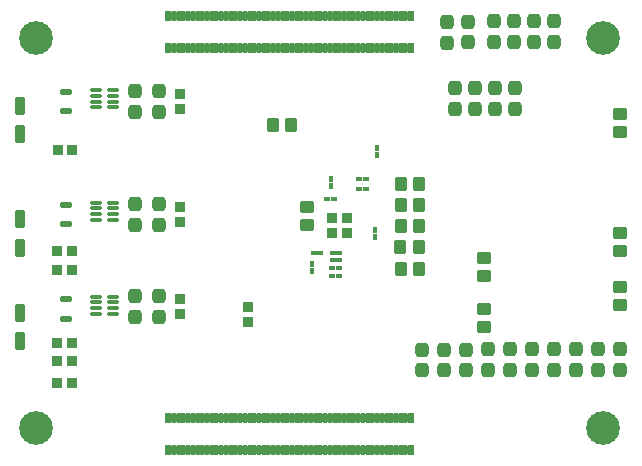
<source format=gbr>
%TF.GenerationSoftware,KiCad,Pcbnew,8.0.1*%
%TF.CreationDate,2024-12-16T00:39:24-05:00*%
%TF.ProjectId,cm,636d2e6b-6963-4616-945f-706362585858,rev?*%
%TF.SameCoordinates,Original*%
%TF.FileFunction,Soldermask,Bot*%
%TF.FilePolarity,Negative*%
%FSLAX46Y46*%
G04 Gerber Fmt 4.6, Leading zero omitted, Abs format (unit mm)*
G04 Created by KiCad (PCBNEW 8.0.1) date 2024-12-16 00:39:24*
%MOMM*%
%LPD*%
G01*
G04 APERTURE LIST*
G04 Aperture macros list*
%AMRoundRect*
0 Rectangle with rounded corners*
0 $1 Rounding radius*
0 $2 $3 $4 $5 $6 $7 $8 $9 X,Y pos of 4 corners*
0 Add a 4 corners polygon primitive as box body*
4,1,4,$2,$3,$4,$5,$6,$7,$8,$9,$2,$3,0*
0 Add four circle primitives for the rounded corners*
1,1,$1+$1,$2,$3*
1,1,$1+$1,$4,$5*
1,1,$1+$1,$6,$7*
1,1,$1+$1,$8,$9*
0 Add four rect primitives between the rounded corners*
20,1,$1+$1,$2,$3,$4,$5,0*
20,1,$1+$1,$4,$5,$6,$7,0*
20,1,$1+$1,$6,$7,$8,$9,0*
20,1,$1+$1,$8,$9,$2,$3,0*%
G04 Aperture macros list end*
%ADD10C,2.852400*%
%ADD11RoundRect,0.275600X-0.275600X0.325600X-0.275600X-0.325600X0.275600X-0.325600X0.275600X0.325600X0*%
%ADD12RoundRect,0.102000X-0.445000X-0.465000X0.445000X-0.465000X0.445000X0.465000X-0.445000X0.465000X0*%
%ADD13RoundRect,0.102000X-0.465000X0.445000X-0.465000X-0.445000X0.465000X-0.445000X0.465000X0.445000X0*%
%ADD14RoundRect,0.076200X-0.419100X0.177800X-0.419100X-0.177800X0.419100X-0.177800X0.419100X0.177800X0*%
%ADD15RoundRect,0.076200X-0.177800X-0.127000X0.177800X-0.127000X0.177800X0.127000X-0.177800X0.127000X0*%
%ADD16RoundRect,0.275600X0.275600X-0.325600X0.275600X0.325600X-0.275600X0.325600X-0.275600X-0.325600X0*%
%ADD17RoundRect,0.076200X-0.381000X0.330200X-0.381000X-0.330200X0.381000X-0.330200X0.381000X0.330200X0*%
%ADD18RoundRect,0.100600X0.375600X0.100600X-0.375600X0.100600X-0.375600X-0.100600X0.375600X-0.100600X0*%
%ADD19RoundRect,0.076200X0.177800X0.127000X-0.177800X0.127000X-0.177800X-0.127000X0.177800X-0.127000X0*%
%ADD20RoundRect,0.076200X0.127000X-0.177800X0.127000X0.177800X-0.127000X0.177800X-0.127000X-0.177800X0*%
%ADD21RoundRect,0.076200X-0.330200X-0.381000X0.330200X-0.381000X0.330200X0.381000X-0.330200X0.381000X0*%
%ADD22RoundRect,0.076200X0.381000X-0.330200X0.381000X0.330200X-0.381000X0.330200X-0.381000X-0.330200X0*%
%ADD23RoundRect,0.275600X-0.275600X0.338100X-0.275600X-0.338100X0.275600X-0.338100X0.275600X0.338100X0*%
%ADD24RoundRect,0.076200X0.330200X0.685800X-0.330200X0.685800X-0.330200X-0.685800X0.330200X-0.685800X0*%
%ADD25RoundRect,0.102000X0.115000X0.330000X-0.115000X0.330000X-0.115000X-0.330000X0.115000X-0.330000X0*%
%ADD26RoundRect,0.102000X0.175000X0.330000X-0.175000X0.330000X-0.175000X-0.330000X0.175000X-0.330000X0*%
G04 APERTURE END LIST*
D10*
%TO.C,H3*%
X93370128Y-95780000D03*
%TD*%
%TO.C,H2*%
X141375036Y-62790128D03*
%TD*%
%TO.C,H4*%
X141369872Y-95780000D03*
%TD*%
%TO.C,H1*%
X93370000Y-62790128D03*
%TD*%
D11*
%TO.C,R26*%
X135407400Y-89142600D03*
X135407400Y-90892600D03*
%TD*%
D12*
%TO.C,C23*%
X124260000Y-82300000D03*
X125800000Y-82300000D03*
%TD*%
D11*
%TO.C,R24*%
X139115800Y-89142600D03*
X139115800Y-90892600D03*
%TD*%
D13*
%TO.C,C16*%
X142824200Y-83837400D03*
X142824200Y-85377400D03*
%TD*%
D11*
%TO.C,R23*%
X140944600Y-89142600D03*
X140944600Y-90892600D03*
%TD*%
D12*
%TO.C,C29*%
X124250000Y-80500000D03*
X125790000Y-80500000D03*
%TD*%
D14*
%TO.C,C1*%
X95894873Y-84874345D03*
X95894873Y-86525345D03*
%TD*%
%TO.C,C4*%
X95894873Y-76899000D03*
X95894873Y-78550000D03*
%TD*%
D15*
%TO.C,C36*%
X118491200Y-82900000D03*
X119050000Y-82900000D03*
%TD*%
%TO.C,C33*%
X118070600Y-76400000D03*
X118629400Y-76400000D03*
%TD*%
D16*
%TO.C,R31*%
X137210800Y-63079600D03*
X137210800Y-61329600D03*
%TD*%
D17*
%TO.C,C28*%
X111350000Y-85577700D03*
X111350000Y-86822300D03*
%TD*%
D16*
%TO.C,R33*%
X129768600Y-90904000D03*
X129768600Y-89154000D03*
%TD*%
D12*
%TO.C,C20*%
X124260000Y-76900000D03*
X125800000Y-76900000D03*
%TD*%
D18*
%TO.C,U1*%
X99907258Y-84664845D03*
X99907258Y-85164845D03*
X99907258Y-85664845D03*
X99907258Y-86164845D03*
X98457258Y-86164845D03*
X98457258Y-85664845D03*
X98457258Y-85164845D03*
X98457258Y-84664845D03*
%TD*%
D16*
%TO.C,R27*%
X142798800Y-90867200D03*
X142798800Y-89117200D03*
%TD*%
D19*
%TO.C,C31*%
X121329400Y-75600000D03*
X120770600Y-75600000D03*
%TD*%
D11*
%TO.C,R36*%
X132232400Y-66993800D03*
X132232400Y-68743800D03*
%TD*%
D20*
%TO.C,C34*%
X116750000Y-82479400D03*
X116750000Y-81920600D03*
%TD*%
D13*
%TO.C,C30*%
X142800000Y-79310000D03*
X142800000Y-80850000D03*
%TD*%
D16*
%TO.C,R39*%
X130530600Y-68743800D03*
X130530600Y-66993800D03*
%TD*%
D21*
%TO.C,C6*%
X95209888Y-80772000D03*
X96454488Y-80772000D03*
%TD*%
D11*
%TO.C,R29*%
X133883400Y-61355000D03*
X133883400Y-63105000D03*
%TD*%
D21*
%TO.C,C18*%
X95209888Y-92024200D03*
X96454488Y-92024200D03*
%TD*%
D16*
%TO.C,R38*%
X128828800Y-68743800D03*
X128828800Y-66993800D03*
%TD*%
D20*
%TO.C,C41*%
X122250000Y-72658800D03*
X122250000Y-72100000D03*
%TD*%
D16*
%TO.C,R6*%
X103788354Y-78599000D03*
X103788354Y-76849000D03*
%TD*%
%TO.C,R34*%
X126085600Y-90918000D03*
X126085600Y-89168000D03*
%TD*%
D21*
%TO.C,C19*%
X95209888Y-88578845D03*
X96454488Y-88578845D03*
%TD*%
D16*
%TO.C,R35*%
X128231700Y-63155800D03*
X128231700Y-61405800D03*
%TD*%
D13*
%TO.C,C15*%
X142824200Y-69181600D03*
X142824200Y-70721600D03*
%TD*%
D11*
%TO.C,R22*%
X133553200Y-89142600D03*
X133553200Y-90892600D03*
%TD*%
%TO.C,R25*%
X137287000Y-89142600D03*
X137287000Y-90892600D03*
%TD*%
%TO.C,R2*%
X101756354Y-84636845D03*
X101756354Y-86386845D03*
%TD*%
D22*
%TO.C,C5*%
X105586354Y-78346300D03*
X105586354Y-77101700D03*
%TD*%
D19*
%TO.C,C40*%
X121308800Y-74750000D03*
X120750000Y-74750000D03*
%TD*%
D13*
%TO.C,C24*%
X116350000Y-77080000D03*
X116350000Y-78620000D03*
%TD*%
D11*
%TO.C,R7*%
X101756354Y-76849000D03*
X101756354Y-78599000D03*
%TD*%
D22*
%TO.C,C9*%
X105586354Y-68795900D03*
X105586354Y-67551300D03*
%TD*%
D18*
%TO.C,U5*%
X99907258Y-67157600D03*
X99907258Y-67657600D03*
X99907258Y-68157600D03*
X99907258Y-68657600D03*
X98457258Y-68657600D03*
X98457258Y-68157600D03*
X98457258Y-67657600D03*
X98457258Y-67157600D03*
%TD*%
D13*
%TO.C,C13*%
X131292600Y-85742400D03*
X131292600Y-87282400D03*
%TD*%
D18*
%TO.C,U3*%
X99907258Y-76708000D03*
X99907258Y-77208000D03*
X99907258Y-77708000D03*
X99907258Y-78208000D03*
X98457258Y-78208000D03*
X98457258Y-77708000D03*
X98457258Y-77208000D03*
X98457258Y-76708000D03*
%TD*%
D16*
%TO.C,R30*%
X135559800Y-63079600D03*
X135559800Y-61329600D03*
%TD*%
D12*
%TO.C,C21*%
X124260000Y-75150000D03*
X125800000Y-75150000D03*
%TD*%
D11*
%TO.C,R12*%
X101756354Y-67298600D03*
X101756354Y-69048600D03*
%TD*%
D21*
%TO.C,C10*%
X95237300Y-72263000D03*
X96481900Y-72263000D03*
%TD*%
%TO.C,C3*%
X95209888Y-90119200D03*
X96454488Y-90119200D03*
%TD*%
D23*
%TO.C,C12*%
X129958900Y-61418300D03*
X129958900Y-63143300D03*
%TD*%
D16*
%TO.C,R37*%
X133934200Y-68743800D03*
X133934200Y-66993800D03*
%TD*%
D19*
%TO.C,C39*%
X117479400Y-80950000D03*
X116920600Y-80950000D03*
%TD*%
D16*
%TO.C,R1*%
X103788354Y-86386845D03*
X103788354Y-84636845D03*
%TD*%
%TO.C,R32*%
X127914400Y-90918000D03*
X127914400Y-89168000D03*
%TD*%
D14*
%TO.C,C8*%
X95894873Y-67322700D03*
X95894873Y-68973700D03*
%TD*%
D15*
%TO.C,C42*%
X118500000Y-81600000D03*
X119058800Y-81600000D03*
%TD*%
D16*
%TO.C,R11*%
X103788354Y-69048600D03*
X103788354Y-67298600D03*
%TD*%
D20*
%TO.C,C37*%
X118350000Y-75279400D03*
X118350000Y-74720600D03*
%TD*%
D24*
%TO.C,L2*%
X92044873Y-78130400D03*
X92044873Y-80518000D03*
%TD*%
D16*
%TO.C,R28*%
X132207000Y-63105000D03*
X132207000Y-61355000D03*
%TD*%
D21*
%TO.C,C25*%
X118477700Y-79300000D03*
X119722300Y-79300000D03*
%TD*%
D24*
%TO.C,L3*%
X92044873Y-68529200D03*
X92044873Y-70916800D03*
%TD*%
D22*
%TO.C,C2*%
X105586354Y-86134145D03*
X105586354Y-84889545D03*
%TD*%
D25*
%TO.C,J1*%
X124670000Y-60935000D03*
X124670000Y-63645000D03*
X124270000Y-60935000D03*
X124270000Y-63645000D03*
X123870000Y-60935000D03*
X123870000Y-63645000D03*
X123470000Y-60935000D03*
X123470000Y-63645000D03*
X123070000Y-60935000D03*
X123070000Y-63645000D03*
X122670000Y-60935000D03*
X122670000Y-63645000D03*
X122270000Y-60935000D03*
X122270000Y-63645000D03*
X121870000Y-60935000D03*
X121870000Y-63645000D03*
X121470000Y-60935000D03*
X121470000Y-63645000D03*
X121070000Y-60935000D03*
X121070000Y-63645000D03*
X120670000Y-60935000D03*
X120670000Y-63645000D03*
X120270000Y-60935000D03*
X120270000Y-63645000D03*
X119870000Y-60935000D03*
X119870000Y-63645000D03*
X119470000Y-60935000D03*
X119470000Y-63645000D03*
X119070000Y-60935000D03*
X119070000Y-63645000D03*
X118670000Y-60935000D03*
X118670000Y-63645000D03*
X118270000Y-60935000D03*
X118270000Y-63645000D03*
X117870000Y-60935000D03*
X117870000Y-63645000D03*
X117470000Y-60935000D03*
X117470000Y-63645000D03*
X117070000Y-60935000D03*
X117070000Y-63645000D03*
X116670000Y-60935000D03*
X116670000Y-63645000D03*
X116270000Y-60935000D03*
X116270000Y-63645000D03*
X115870000Y-60935000D03*
X115870000Y-63645000D03*
X115470000Y-60935000D03*
X115470000Y-63645000D03*
X115070000Y-60935000D03*
X115070000Y-63645000D03*
X114670000Y-60935000D03*
X114670000Y-63645000D03*
X114270000Y-60935000D03*
X114270000Y-63645000D03*
X113870000Y-60935000D03*
X113870000Y-63645000D03*
X113470000Y-60935000D03*
X113470000Y-63645000D03*
X113070000Y-60935000D03*
X113070000Y-63645000D03*
X112670000Y-60935000D03*
X112670000Y-63645000D03*
X112270000Y-60935000D03*
X112270000Y-63645000D03*
X111870000Y-60935000D03*
X111870000Y-63645000D03*
X111470000Y-60935000D03*
X111470000Y-63645000D03*
X111070000Y-60935000D03*
X111070000Y-63645000D03*
X110670000Y-60935000D03*
X110670000Y-63645000D03*
X110270000Y-60935000D03*
X110270000Y-63645000D03*
X109870000Y-60935000D03*
X109870000Y-63645000D03*
X109470000Y-60935000D03*
X109470000Y-63645000D03*
X109070000Y-60935000D03*
X109070000Y-63645000D03*
X108670000Y-60935000D03*
X108670000Y-63645000D03*
X108270000Y-60935000D03*
X108270000Y-63645000D03*
X107870000Y-60935000D03*
X107870000Y-63645000D03*
X107470000Y-60935000D03*
X107470000Y-63645000D03*
X107070000Y-60935000D03*
X107070000Y-63645000D03*
X106670000Y-60935000D03*
X106670000Y-63645000D03*
X106270000Y-60935000D03*
X106270000Y-63645000D03*
X105870000Y-60935000D03*
X105870000Y-63645000D03*
X105470000Y-60935000D03*
X105470000Y-63645000D03*
X105070000Y-60935000D03*
X105070000Y-63645000D03*
D26*
X125145000Y-63645000D03*
X125145000Y-60935000D03*
X104595000Y-63645000D03*
X104595000Y-60935000D03*
%TD*%
D12*
%TO.C,C27*%
X124260000Y-78650000D03*
X125800000Y-78650000D03*
%TD*%
D13*
%TO.C,C14*%
X131292600Y-81399000D03*
X131292600Y-82939000D03*
%TD*%
D15*
%TO.C,C32*%
X118500000Y-80950000D03*
X119058800Y-80950000D03*
%TD*%
D11*
%TO.C,R21*%
X131648200Y-89142600D03*
X131648200Y-90892600D03*
%TD*%
D21*
%TO.C,C7*%
X95209888Y-82423000D03*
X96454488Y-82423000D03*
%TD*%
D20*
%TO.C,C35*%
X122100000Y-79629400D03*
X122100000Y-79070600D03*
%TD*%
D15*
%TO.C,C38*%
X118491200Y-82250000D03*
X119050000Y-82250000D03*
%TD*%
D25*
%TO.C,J2*%
X124670000Y-94930000D03*
X124670000Y-97640000D03*
X124270000Y-94930000D03*
X124270000Y-97640000D03*
X123870000Y-94930000D03*
X123870000Y-97640000D03*
X123470000Y-94930000D03*
X123470000Y-97640000D03*
X123070000Y-94930000D03*
X123070000Y-97640000D03*
X122670000Y-94930000D03*
X122670000Y-97640000D03*
X122270000Y-94930000D03*
X122270000Y-97640000D03*
X121870000Y-94930000D03*
X121870000Y-97640000D03*
X121470000Y-94930000D03*
X121470000Y-97640000D03*
X121070000Y-94930000D03*
X121070000Y-97640000D03*
X120670000Y-94930000D03*
X120670000Y-97640000D03*
X120270000Y-94930000D03*
X120270000Y-97640000D03*
X119870000Y-94930000D03*
X119870000Y-97640000D03*
X119470000Y-94930000D03*
X119470000Y-97640000D03*
X119070000Y-94930000D03*
X119070000Y-97640000D03*
X118670000Y-94930000D03*
X118670000Y-97640000D03*
X118270000Y-94930000D03*
X118270000Y-97640000D03*
X117870000Y-94930000D03*
X117870000Y-97640000D03*
X117470000Y-94930000D03*
X117470000Y-97640000D03*
X117070000Y-94930000D03*
X117070000Y-97640000D03*
X116670000Y-94930000D03*
X116670000Y-97640000D03*
X116270000Y-94930000D03*
X116270000Y-97640000D03*
X115870000Y-94930000D03*
X115870000Y-97640000D03*
X115470000Y-94930000D03*
X115470000Y-97640000D03*
X115070000Y-94930000D03*
X115070000Y-97640000D03*
X114670000Y-94930000D03*
X114670000Y-97640000D03*
X114270000Y-94930000D03*
X114270000Y-97640000D03*
X113870000Y-94930000D03*
X113870000Y-97640000D03*
X113470000Y-94930000D03*
X113470000Y-97640000D03*
X113070000Y-94930000D03*
X113070000Y-97640000D03*
X112670000Y-94930000D03*
X112670000Y-97640000D03*
X112270000Y-94930000D03*
X112270000Y-97640000D03*
X111870000Y-94930000D03*
X111870000Y-97640000D03*
X111470000Y-94930000D03*
X111470000Y-97640000D03*
X111070000Y-94930000D03*
X111070000Y-97640000D03*
X110670000Y-94930000D03*
X110670000Y-97640000D03*
X110270000Y-94930000D03*
X110270000Y-97640000D03*
X109870000Y-94930000D03*
X109870000Y-97640000D03*
X109470000Y-94930000D03*
X109470000Y-97640000D03*
X109070000Y-94930000D03*
X109070000Y-97640000D03*
X108670000Y-94930000D03*
X108670000Y-97640000D03*
X108270000Y-94930000D03*
X108270000Y-97640000D03*
X107870000Y-94930000D03*
X107870000Y-97640000D03*
X107470000Y-94930000D03*
X107470000Y-97640000D03*
X107070000Y-94930000D03*
X107070000Y-97640000D03*
X106670000Y-94930000D03*
X106670000Y-97640000D03*
X106270000Y-94930000D03*
X106270000Y-97640000D03*
X105870000Y-94930000D03*
X105870000Y-97640000D03*
X105470000Y-94930000D03*
X105470000Y-97640000D03*
X105070000Y-94930000D03*
X105070000Y-97640000D03*
D26*
X125145000Y-97640000D03*
X125145000Y-94930000D03*
X104595000Y-97640000D03*
X104595000Y-94930000D03*
%TD*%
D21*
%TO.C,C22*%
X118477700Y-78003400D03*
X119722300Y-78003400D03*
%TD*%
D12*
%TO.C,C26*%
X113480000Y-70150000D03*
X115020000Y-70150000D03*
%TD*%
D24*
%TO.C,L1*%
X92044873Y-86056045D03*
X92044873Y-88443645D03*
%TD*%
M02*

</source>
